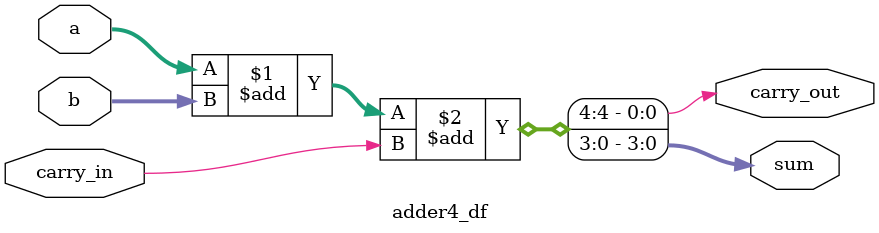
<source format=v>
module adder4_df (sum, carry_out, a, b, carry_in);
    input [3:0] a, b;
    input carry_in;
    output [3:0] sum;
    output carry_out;

    assign {carry_out, sum} = a + b + carry_in;
endmodule


</source>
